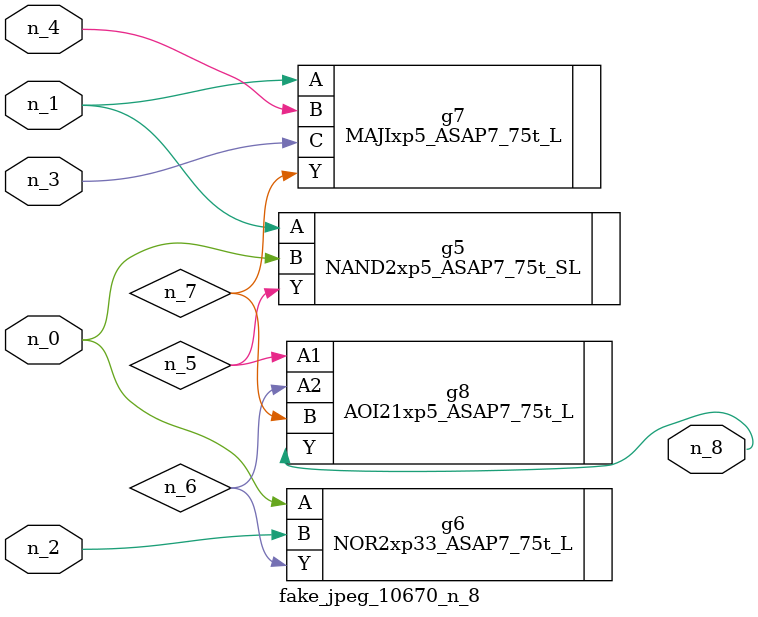
<source format=v>
module fake_jpeg_10670_n_8 (n_3, n_2, n_1, n_0, n_4, n_8);

input n_3;
input n_2;
input n_1;
input n_0;
input n_4;

output n_8;

wire n_6;
wire n_5;
wire n_7;

NAND2xp5_ASAP7_75t_SL g5 ( 
.A(n_1),
.B(n_0),
.Y(n_5)
);

NOR2xp33_ASAP7_75t_L g6 ( 
.A(n_0),
.B(n_2),
.Y(n_6)
);

MAJIxp5_ASAP7_75t_L g7 ( 
.A(n_1),
.B(n_4),
.C(n_3),
.Y(n_7)
);

AOI21xp5_ASAP7_75t_L g8 ( 
.A1(n_5),
.A2(n_6),
.B(n_7),
.Y(n_8)
);


endmodule
</source>
